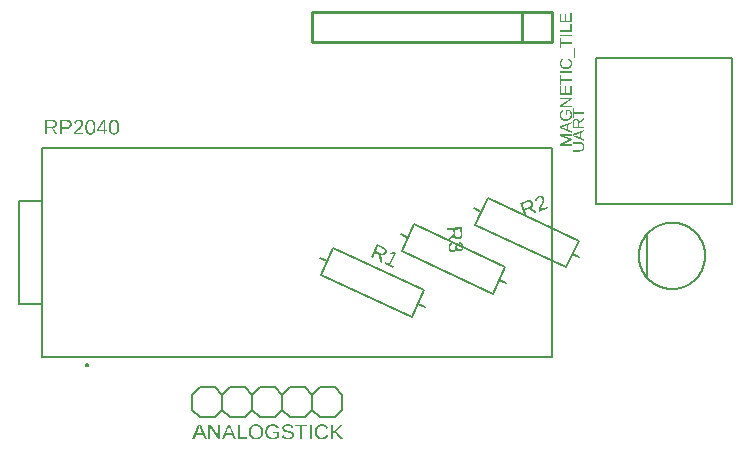
<source format=gbr>
G04 EAGLE Gerber RS-274X export*
G75*
%MOMM*%
%FSLAX34Y34*%
%LPD*%
%INSilkscreen Top*%
%IPPOS*%
%AMOC8*
5,1,8,0,0,1.08239X$1,22.5*%
G01*
G04 Define Apertures*
%ADD10C,0.127000*%
%ADD11C,0.200000*%
%ADD12C,0.152400*%
%ADD13C,0.254000*%
G36*
X28334Y201431D02*
X28588Y201450D01*
X28834Y201482D01*
X29072Y201527D01*
X29523Y201654D01*
X29941Y201832D01*
X30327Y202061D01*
X30681Y202341D01*
X31002Y202672D01*
X31291Y203054D01*
X31547Y203484D01*
X31768Y203960D01*
X31956Y204481D01*
X32109Y205049D01*
X32228Y205662D01*
X32313Y206320D01*
X32365Y207025D01*
X32382Y207775D01*
X32365Y208537D01*
X32317Y209251D01*
X32236Y209916D01*
X32122Y210534D01*
X31976Y211103D01*
X31798Y211624D01*
X31587Y212097D01*
X31344Y212522D01*
X31066Y212898D01*
X30753Y213223D01*
X30405Y213499D01*
X30020Y213724D01*
X29600Y213899D01*
X29376Y213968D01*
X29144Y214025D01*
X28903Y214068D01*
X28652Y214100D01*
X28393Y214118D01*
X28125Y214125D01*
X27849Y214119D01*
X27583Y214100D01*
X27326Y214069D01*
X27079Y214026D01*
X26841Y213970D01*
X26613Y213902D01*
X26184Y213728D01*
X25793Y213505D01*
X25439Y213233D01*
X25123Y212911D01*
X24845Y212539D01*
X24602Y212118D01*
X24391Y211647D01*
X24212Y211126D01*
X24066Y210556D01*
X23953Y209935D01*
X23872Y209265D01*
X23823Y208545D01*
X23807Y207775D01*
X23824Y207021D01*
X23874Y206313D01*
X23957Y205652D01*
X24074Y205038D01*
X24224Y204470D01*
X24408Y203948D01*
X24625Y203474D01*
X24875Y203045D01*
X25159Y202665D01*
X25476Y202336D01*
X25826Y202058D01*
X26209Y201830D01*
X26625Y201653D01*
X27074Y201526D01*
X27311Y201482D01*
X27557Y201450D01*
X27810Y201431D01*
X28072Y201425D01*
X28334Y201431D01*
G37*
%LPC*%
G36*
X27751Y202731D02*
X27437Y202788D01*
X27145Y202884D01*
X26878Y203017D01*
X26634Y203188D01*
X26414Y203397D01*
X26218Y203644D01*
X26045Y203930D01*
X25894Y204256D01*
X25763Y204627D01*
X25652Y205041D01*
X25562Y205500D01*
X25492Y206002D01*
X25441Y206549D01*
X25411Y207140D01*
X25401Y207775D01*
X25411Y208428D01*
X25441Y209033D01*
X25490Y209590D01*
X25560Y210100D01*
X25649Y210562D01*
X25758Y210977D01*
X25887Y211344D01*
X26036Y211664D01*
X26208Y211941D01*
X26405Y212181D01*
X26627Y212384D01*
X26876Y212550D01*
X27150Y212680D01*
X27449Y212772D01*
X27774Y212827D01*
X28125Y212846D01*
X28467Y212827D01*
X28784Y212771D01*
X29076Y212677D01*
X29343Y212546D01*
X29585Y212377D01*
X29802Y212171D01*
X29994Y211927D01*
X30161Y211646D01*
X30306Y211323D01*
X30431Y210954D01*
X30538Y210539D01*
X30624Y210078D01*
X30692Y209571D01*
X30740Y209018D01*
X30769Y208420D01*
X30779Y207775D01*
X30769Y207152D01*
X30738Y206570D01*
X30688Y206031D01*
X30617Y205533D01*
X30526Y205076D01*
X30414Y204661D01*
X30283Y204288D01*
X30131Y203956D01*
X29957Y203665D01*
X29760Y203412D01*
X29540Y203198D01*
X29296Y203023D01*
X29030Y202887D01*
X28740Y202790D01*
X28426Y202732D01*
X28090Y202712D01*
X27751Y202731D01*
G37*
%LPD*%
G36*
X48272Y201431D02*
X48526Y201450D01*
X48771Y201482D01*
X49009Y201527D01*
X49460Y201654D01*
X49879Y201832D01*
X50265Y202061D01*
X50619Y202341D01*
X50940Y202672D01*
X51229Y203054D01*
X51484Y203484D01*
X51706Y203960D01*
X51893Y204481D01*
X52046Y205049D01*
X52166Y205662D01*
X52251Y206320D01*
X52302Y207025D01*
X52319Y207775D01*
X52303Y208537D01*
X52254Y209251D01*
X52173Y209916D01*
X52060Y210534D01*
X51914Y211103D01*
X51735Y211624D01*
X51524Y212097D01*
X51281Y212522D01*
X51004Y212898D01*
X50691Y213223D01*
X50342Y213499D01*
X49958Y213724D01*
X49537Y213899D01*
X49314Y213968D01*
X49081Y214025D01*
X48840Y214068D01*
X48590Y214100D01*
X48331Y214118D01*
X48062Y214125D01*
X47787Y214119D01*
X47521Y214100D01*
X47264Y214069D01*
X47017Y214026D01*
X46779Y213970D01*
X46550Y213902D01*
X46121Y213728D01*
X45730Y213505D01*
X45377Y213233D01*
X45061Y212911D01*
X44782Y212539D01*
X44539Y212118D01*
X44328Y211647D01*
X44150Y211126D01*
X44004Y210556D01*
X43890Y209935D01*
X43809Y209265D01*
X43761Y208545D01*
X43744Y207775D01*
X43761Y207021D01*
X43811Y206313D01*
X43895Y205652D01*
X44012Y205038D01*
X44162Y204470D01*
X44345Y203948D01*
X44563Y203474D01*
X44813Y203045D01*
X45097Y202665D01*
X45413Y202336D01*
X45763Y202058D01*
X46146Y201830D01*
X46563Y201653D01*
X47012Y201526D01*
X47249Y201482D01*
X47494Y201450D01*
X47748Y201431D01*
X48010Y201425D01*
X48272Y201431D01*
G37*
%LPC*%
G36*
X47689Y202731D02*
X47374Y202788D01*
X47083Y202884D01*
X46815Y203017D01*
X46572Y203188D01*
X46351Y203397D01*
X46155Y203644D01*
X45982Y203930D01*
X45831Y204256D01*
X45701Y204627D01*
X45590Y205041D01*
X45499Y205500D01*
X45429Y206002D01*
X45379Y206549D01*
X45349Y207140D01*
X45338Y207775D01*
X45348Y208428D01*
X45378Y209033D01*
X45428Y209590D01*
X45497Y210100D01*
X45587Y210562D01*
X45696Y210977D01*
X45825Y211344D01*
X45973Y211664D01*
X46145Y211941D01*
X46342Y212181D01*
X46565Y212384D01*
X46813Y212550D01*
X47087Y212680D01*
X47387Y212772D01*
X47712Y212827D01*
X48062Y212846D01*
X48405Y212827D01*
X48722Y212771D01*
X49014Y212677D01*
X49281Y212546D01*
X49523Y212377D01*
X49740Y212171D01*
X49932Y211927D01*
X50099Y211646D01*
X50243Y211323D01*
X50369Y210954D01*
X50475Y210539D01*
X50562Y210078D01*
X50629Y209571D01*
X50678Y209018D01*
X50707Y208420D01*
X50716Y207775D01*
X50706Y207152D01*
X50676Y206570D01*
X50625Y206031D01*
X50554Y205533D01*
X50463Y205076D01*
X50352Y204661D01*
X50220Y204288D01*
X50068Y203956D01*
X49894Y203665D01*
X49698Y203412D01*
X49477Y203198D01*
X49234Y203023D01*
X48967Y202887D01*
X48677Y202790D01*
X48364Y202732D01*
X48027Y202712D01*
X47689Y202731D01*
G37*
%LPD*%
G36*
X-8656Y206724D02*
X-4811Y206724D01*
X-1605Y201600D01*
X322Y201600D01*
X-1690Y204653D01*
X-3182Y206916D01*
X-2839Y206989D01*
X-2515Y207082D01*
X-2210Y207198D01*
X-1924Y207335D01*
X-1768Y207427D01*
X-1657Y207493D01*
X-1409Y207674D01*
X-1180Y207875D01*
X-970Y208099D01*
X-782Y208340D01*
X-619Y208595D01*
X-482Y208863D01*
X-369Y209145D01*
X-281Y209441D01*
X-219Y209751D01*
X-181Y210074D01*
X-169Y210411D01*
X-186Y210816D01*
X-240Y211197D01*
X-328Y211556D01*
X-452Y211892D01*
X-612Y212206D01*
X-807Y212496D01*
X-1037Y212763D01*
X-1303Y213008D01*
X-1601Y213227D01*
X-1929Y213416D01*
X-2287Y213576D01*
X-2675Y213708D01*
X-3092Y213810D01*
X-3539Y213882D01*
X-4015Y213926D01*
X-4522Y213941D01*
X-10329Y213941D01*
X-10329Y201600D01*
X-8656Y201600D01*
X-8656Y206724D01*
G37*
%LPC*%
G36*
X-8656Y208046D02*
X-8656Y212601D01*
X-4688Y212601D01*
X-4354Y212592D01*
X-4041Y212565D01*
X-3747Y212521D01*
X-3474Y212460D01*
X-3221Y212380D01*
X-2988Y212283D01*
X-2775Y212168D01*
X-2582Y212036D01*
X-2410Y211887D01*
X-2262Y211721D01*
X-2136Y211540D01*
X-2033Y211343D01*
X-1953Y211130D01*
X-1896Y210900D01*
X-1862Y210655D01*
X-1850Y210394D01*
X-1862Y210123D01*
X-1895Y209868D01*
X-1952Y209629D01*
X-2031Y209405D01*
X-2133Y209196D01*
X-2257Y209003D01*
X-2404Y208826D01*
X-2573Y208664D01*
X-2763Y208519D01*
X-2972Y208394D01*
X-3199Y208287D01*
X-3445Y208201D01*
X-3710Y208133D01*
X-3994Y208085D01*
X-4297Y208056D01*
X-4618Y208046D01*
X-8656Y208046D01*
G37*
%LPD*%
G36*
X4313Y206408D02*
X7939Y206408D01*
X8417Y206425D01*
X8869Y206473D01*
X9295Y206554D01*
X9696Y206667D01*
X10072Y206812D01*
X10421Y206990D01*
X10745Y207200D01*
X11044Y207442D01*
X11312Y207712D01*
X11544Y208004D01*
X11741Y208318D01*
X11901Y208655D01*
X12026Y209014D01*
X12116Y209396D01*
X12169Y209800D01*
X12187Y210227D01*
X12169Y210657D01*
X12116Y211062D01*
X12027Y211442D01*
X11902Y211797D01*
X11742Y212127D01*
X11547Y212433D01*
X11315Y212713D01*
X11048Y212969D01*
X10749Y213196D01*
X10421Y213394D01*
X10063Y213561D01*
X9675Y213698D01*
X9259Y213804D01*
X8813Y213880D01*
X8338Y213926D01*
X7834Y213941D01*
X2640Y213941D01*
X2640Y201600D01*
X4313Y201600D01*
X4313Y206408D01*
G37*
%LPC*%
G36*
X4313Y207731D02*
X4313Y212601D01*
X7633Y212601D01*
X7980Y212591D01*
X8306Y212563D01*
X8609Y212517D01*
X8889Y212451D01*
X9148Y212367D01*
X9383Y212264D01*
X9596Y212143D01*
X9787Y212003D01*
X9955Y211844D01*
X10101Y211667D01*
X10225Y211471D01*
X10326Y211256D01*
X10404Y211022D01*
X10460Y210770D01*
X10494Y210499D01*
X10505Y210210D01*
X10494Y209909D01*
X10462Y209629D01*
X10407Y209367D01*
X10330Y209125D01*
X10232Y208903D01*
X10111Y208699D01*
X9969Y208515D01*
X9805Y208351D01*
X9619Y208205D01*
X9411Y208080D01*
X9181Y207973D01*
X8929Y207886D01*
X8655Y207818D01*
X8360Y207770D01*
X8042Y207741D01*
X7703Y207731D01*
X4313Y207731D01*
G37*
%LPD*%
G36*
X40791Y204394D02*
X42525Y204394D01*
X42525Y205638D01*
X40791Y205638D01*
X40791Y213941D01*
X39136Y213941D01*
X33487Y205620D01*
X33487Y204394D01*
X39302Y204394D01*
X39302Y201600D01*
X40791Y201600D01*
X40791Y204394D01*
G37*
%LPC*%
G36*
X34941Y205638D02*
X35081Y205813D01*
X35554Y206461D01*
X38716Y211121D01*
X39057Y211699D01*
X39302Y212163D01*
X39302Y205638D01*
X34941Y205638D01*
G37*
%LPD*%
G36*
X22211Y202940D02*
X15774Y202940D01*
X15926Y203250D01*
X16120Y203565D01*
X16355Y203887D01*
X16632Y204214D01*
X16956Y204555D01*
X17331Y204916D01*
X17757Y205297D01*
X18235Y205699D01*
X19076Y206395D01*
X19770Y206993D01*
X20316Y207494D01*
X20714Y207897D01*
X21018Y208252D01*
X21282Y208607D01*
X21506Y208962D01*
X21690Y209316D01*
X21834Y209672D01*
X21937Y210028D01*
X21998Y210385D01*
X22019Y210744D01*
X22003Y211137D01*
X21956Y211508D01*
X21878Y211855D01*
X21768Y212179D01*
X21627Y212480D01*
X21455Y212758D01*
X21251Y213013D01*
X21016Y213244D01*
X20752Y213451D01*
X20460Y213630D01*
X20142Y213781D01*
X19797Y213905D01*
X19425Y214001D01*
X19026Y214070D01*
X18600Y214111D01*
X18147Y214125D01*
X17732Y214111D01*
X17336Y214070D01*
X16960Y214002D01*
X16603Y213906D01*
X16265Y213783D01*
X15946Y213632D01*
X15647Y213454D01*
X15367Y213249D01*
X15110Y213020D01*
X14882Y212773D01*
X14683Y212507D01*
X14511Y212222D01*
X14369Y211918D01*
X14254Y211595D01*
X14168Y211253D01*
X14110Y210893D01*
X15721Y210744D01*
X15758Y210984D01*
X15812Y211211D01*
X15882Y211424D01*
X15970Y211623D01*
X16074Y211808D01*
X16195Y211980D01*
X16333Y212137D01*
X16488Y212281D01*
X16656Y212409D01*
X16836Y212521D01*
X17027Y212615D01*
X17229Y212692D01*
X17442Y212751D01*
X17666Y212794D01*
X17901Y212820D01*
X18147Y212828D01*
X18405Y212820D01*
X18648Y212793D01*
X18877Y212750D01*
X19091Y212688D01*
X19291Y212609D01*
X19476Y212513D01*
X19647Y212399D01*
X19803Y212268D01*
X19942Y212121D01*
X20063Y211959D01*
X20166Y211783D01*
X20249Y211593D01*
X20315Y211389D01*
X20361Y211171D01*
X20389Y210938D01*
X20398Y210691D01*
X20377Y210325D01*
X20312Y209978D01*
X20204Y209650D01*
X20052Y209343D01*
X19866Y209048D01*
X19653Y208760D01*
X19413Y208479D01*
X19146Y208204D01*
X18551Y207661D01*
X17889Y207118D01*
X17189Y206552D01*
X16483Y205940D01*
X16133Y205613D01*
X15790Y205268D01*
X15456Y204904D01*
X15130Y204521D01*
X14821Y204114D01*
X14536Y203677D01*
X14275Y203210D01*
X14040Y202712D01*
X14040Y201600D01*
X22211Y201600D01*
X22211Y202940D01*
G37*
G36*
X168769Y-56551D02*
X169217Y-56514D01*
X169648Y-56454D01*
X170065Y-56368D01*
X170465Y-56259D01*
X170850Y-56125D01*
X171219Y-55966D01*
X171573Y-55784D01*
X171909Y-55578D01*
X172225Y-55352D01*
X172521Y-55104D01*
X172796Y-54836D01*
X173052Y-54546D01*
X173287Y-54235D01*
X173502Y-53903D01*
X173697Y-53550D01*
X173871Y-53179D01*
X174021Y-52793D01*
X174148Y-52392D01*
X174252Y-51976D01*
X174333Y-51545D01*
X174391Y-51098D01*
X174426Y-50637D01*
X174437Y-50161D01*
X174426Y-49683D01*
X174392Y-49221D01*
X174334Y-48775D01*
X174254Y-48345D01*
X174152Y-47932D01*
X174026Y-47535D01*
X173877Y-47154D01*
X173706Y-46789D01*
X173513Y-46442D01*
X173299Y-46117D01*
X173066Y-45813D01*
X172811Y-45531D01*
X172537Y-45269D01*
X172242Y-45029D01*
X171927Y-44810D01*
X171591Y-44612D01*
X171237Y-44437D01*
X170868Y-44285D01*
X170483Y-44156D01*
X170082Y-44051D01*
X169666Y-43969D01*
X169234Y-43910D01*
X168787Y-43875D01*
X168324Y-43863D01*
X167967Y-43870D01*
X167621Y-43889D01*
X167285Y-43922D01*
X166958Y-43968D01*
X166641Y-44026D01*
X166335Y-44098D01*
X166038Y-44183D01*
X165751Y-44280D01*
X165474Y-44391D01*
X165207Y-44515D01*
X164950Y-44652D01*
X164703Y-44802D01*
X164465Y-44965D01*
X164238Y-45141D01*
X163813Y-45532D01*
X163433Y-45969D01*
X163104Y-46447D01*
X162959Y-46701D01*
X162826Y-46965D01*
X162706Y-47239D01*
X162598Y-47523D01*
X162503Y-47818D01*
X162421Y-48122D01*
X162351Y-48437D01*
X162294Y-48761D01*
X162250Y-49096D01*
X162218Y-49441D01*
X162199Y-49796D01*
X162193Y-50161D01*
X162204Y-50639D01*
X162238Y-51103D01*
X162295Y-51551D01*
X162375Y-51984D01*
X162477Y-52401D01*
X162602Y-52804D01*
X162749Y-53191D01*
X162920Y-53563D01*
X163112Y-53917D01*
X163324Y-54250D01*
X163557Y-54560D01*
X163810Y-54850D01*
X164083Y-55118D01*
X164377Y-55364D01*
X164692Y-55589D01*
X165026Y-55792D01*
X165379Y-55973D01*
X165749Y-56130D01*
X166134Y-56262D01*
X166536Y-56371D01*
X166954Y-56455D01*
X167389Y-56515D01*
X167839Y-56551D01*
X168306Y-56563D01*
X168769Y-56551D01*
G37*
%LPC*%
G36*
X167802Y-55184D02*
X167325Y-55121D01*
X166877Y-55014D01*
X166457Y-54865D01*
X166066Y-54674D01*
X165703Y-54440D01*
X165368Y-54163D01*
X165061Y-53844D01*
X164787Y-53488D01*
X164550Y-53103D01*
X164349Y-52687D01*
X164184Y-52242D01*
X164056Y-51767D01*
X163965Y-51261D01*
X163910Y-50726D01*
X163892Y-50161D01*
X163910Y-49592D01*
X163964Y-49057D01*
X164055Y-48553D01*
X164181Y-48083D01*
X164344Y-47645D01*
X164542Y-47239D01*
X164777Y-46866D01*
X165048Y-46526D01*
X165352Y-46222D01*
X165686Y-45959D01*
X166051Y-45736D01*
X166445Y-45554D01*
X166870Y-45412D01*
X167324Y-45311D01*
X167809Y-45250D01*
X168324Y-45230D01*
X168834Y-45250D01*
X169315Y-45312D01*
X169767Y-45414D01*
X170188Y-45558D01*
X170580Y-45743D01*
X170942Y-45969D01*
X171275Y-46236D01*
X171578Y-46543D01*
X171848Y-46887D01*
X172081Y-47262D01*
X172279Y-47668D01*
X172441Y-48105D01*
X172567Y-48572D01*
X172657Y-49071D01*
X172711Y-49600D01*
X172729Y-50161D01*
X172711Y-50746D01*
X172658Y-51297D01*
X172569Y-51814D01*
X172444Y-52297D01*
X172283Y-52746D01*
X172086Y-53160D01*
X171854Y-53541D01*
X171586Y-53887D01*
X171285Y-54196D01*
X170953Y-54464D01*
X170589Y-54691D01*
X170195Y-54876D01*
X169769Y-55020D01*
X169313Y-55123D01*
X168825Y-55185D01*
X168306Y-55206D01*
X167802Y-55184D01*
G37*
%LPD*%
G36*
X117656Y-52780D02*
X123279Y-52780D01*
X124689Y-56388D01*
X126397Y-56388D01*
X121440Y-44047D01*
X119539Y-44047D01*
X114503Y-56388D01*
X116237Y-56388D01*
X117656Y-52780D01*
G37*
%LPC*%
G36*
X118164Y-51474D02*
X119741Y-47419D01*
X120118Y-46384D01*
X120389Y-45554D01*
X120468Y-45308D01*
X120704Y-46035D01*
X120950Y-46758D01*
X121195Y-47402D01*
X122780Y-51474D01*
X118164Y-51474D01*
G37*
%LPD*%
G36*
X142594Y-52780D02*
X148217Y-52780D01*
X149627Y-56388D01*
X151335Y-56388D01*
X146378Y-44047D01*
X144477Y-44047D01*
X139441Y-56388D01*
X141175Y-56388D01*
X142594Y-52780D01*
G37*
%LPC*%
G36*
X143102Y-51474D02*
X144678Y-47419D01*
X145055Y-46384D01*
X145327Y-45554D01*
X145405Y-45308D01*
X145642Y-46035D01*
X145887Y-46758D01*
X146132Y-47402D01*
X147718Y-51474D01*
X143102Y-51474D01*
G37*
%LPD*%
G36*
X129397Y-48190D02*
X129354Y-46727D01*
X129310Y-45878D01*
X135914Y-56388D01*
X137928Y-56388D01*
X137928Y-44047D01*
X136422Y-44047D01*
X136422Y-52140D01*
X136448Y-53147D01*
X136527Y-54628D01*
X129853Y-44047D01*
X127908Y-44047D01*
X127908Y-56388D01*
X129397Y-56388D01*
X129397Y-48190D01*
G37*
G36*
X182814Y-56555D02*
X183218Y-56529D01*
X183616Y-56486D01*
X184005Y-56426D01*
X184388Y-56349D01*
X184762Y-56255D01*
X185129Y-56144D01*
X185489Y-56016D01*
X185838Y-55872D01*
X186173Y-55714D01*
X186494Y-55542D01*
X186802Y-55356D01*
X187095Y-55155D01*
X187375Y-54941D01*
X187641Y-54712D01*
X187893Y-54470D01*
X187893Y-50213D01*
X182664Y-50213D01*
X182664Y-51615D01*
X186352Y-51615D01*
X186352Y-53839D01*
X186003Y-54138D01*
X185604Y-54404D01*
X185155Y-54637D01*
X184657Y-54838D01*
X184123Y-54999D01*
X183570Y-55114D01*
X182996Y-55183D01*
X182401Y-55206D01*
X181886Y-55184D01*
X181399Y-55121D01*
X180941Y-55015D01*
X180512Y-54867D01*
X180111Y-54677D01*
X179739Y-54444D01*
X179396Y-54170D01*
X179082Y-53852D01*
X178801Y-53499D01*
X178557Y-53114D01*
X178351Y-52699D01*
X178182Y-52253D01*
X178051Y-51776D01*
X177957Y-51268D01*
X177901Y-50730D01*
X177882Y-50161D01*
X177900Y-49590D01*
X177953Y-49053D01*
X178041Y-48549D01*
X178165Y-48077D01*
X178323Y-47639D01*
X178518Y-47233D01*
X178747Y-46861D01*
X179012Y-46522D01*
X179310Y-46219D01*
X179640Y-45956D01*
X180001Y-45734D01*
X180394Y-45553D01*
X180818Y-45411D01*
X181273Y-45310D01*
X181760Y-45250D01*
X182279Y-45230D01*
X182616Y-45237D01*
X182938Y-45260D01*
X183247Y-45297D01*
X183541Y-45350D01*
X183821Y-45418D01*
X184088Y-45501D01*
X184340Y-45598D01*
X184578Y-45711D01*
X184803Y-45841D01*
X185015Y-45988D01*
X185215Y-46153D01*
X185402Y-46335D01*
X185577Y-46536D01*
X185740Y-46754D01*
X185890Y-46990D01*
X186027Y-47244D01*
X187622Y-46771D01*
X187439Y-46403D01*
X187239Y-46061D01*
X187020Y-45745D01*
X186783Y-45455D01*
X186527Y-45191D01*
X186254Y-44953D01*
X185961Y-44741D01*
X185651Y-44555D01*
X185319Y-44393D01*
X184963Y-44253D01*
X184583Y-44134D01*
X184179Y-44036D01*
X183751Y-43961D01*
X183299Y-43907D01*
X182823Y-43874D01*
X182323Y-43863D01*
X181963Y-43870D01*
X181614Y-43889D01*
X181275Y-43921D01*
X180946Y-43966D01*
X180627Y-44024D01*
X180319Y-44095D01*
X180020Y-44178D01*
X179732Y-44275D01*
X179454Y-44384D01*
X179187Y-44507D01*
X178929Y-44642D01*
X178682Y-44790D01*
X178445Y-44950D01*
X178218Y-45124D01*
X177794Y-45510D01*
X177417Y-45943D01*
X177247Y-46175D01*
X177089Y-46418D01*
X176945Y-46672D01*
X176812Y-46936D01*
X176693Y-47211D01*
X176586Y-47496D01*
X176491Y-47792D01*
X176410Y-48098D01*
X176340Y-48416D01*
X176284Y-48743D01*
X176240Y-49082D01*
X176208Y-49431D01*
X176189Y-49790D01*
X176183Y-50161D01*
X176194Y-50643D01*
X176229Y-51110D01*
X176287Y-51560D01*
X176368Y-51995D01*
X176472Y-52413D01*
X176599Y-52815D01*
X176750Y-53202D01*
X176923Y-53572D01*
X177118Y-53924D01*
X177334Y-54255D01*
X177571Y-54564D01*
X177828Y-54852D01*
X178106Y-55119D01*
X178405Y-55365D01*
X178724Y-55589D01*
X179064Y-55792D01*
X179423Y-55973D01*
X179799Y-56130D01*
X180191Y-56262D01*
X180599Y-56371D01*
X181025Y-56455D01*
X181467Y-56515D01*
X181926Y-56551D01*
X182401Y-56563D01*
X182814Y-56555D01*
G37*
G36*
X195851Y-56549D02*
X196407Y-56505D01*
X196928Y-56431D01*
X197415Y-56329D01*
X197868Y-56197D01*
X198287Y-56036D01*
X198672Y-55846D01*
X199023Y-55626D01*
X199336Y-55380D01*
X199608Y-55109D01*
X199837Y-54815D01*
X200025Y-54496D01*
X200171Y-54154D01*
X200276Y-53787D01*
X200338Y-53396D01*
X200359Y-52981D01*
X200347Y-52655D01*
X200312Y-52350D01*
X200253Y-52068D01*
X200171Y-51807D01*
X200068Y-51566D01*
X199946Y-51341D01*
X199807Y-51132D01*
X199650Y-50940D01*
X199476Y-50763D01*
X199287Y-50601D01*
X199084Y-50452D01*
X198866Y-50318D01*
X198398Y-50081D01*
X197898Y-49876D01*
X197369Y-49701D01*
X196816Y-49552D01*
X195682Y-49285D01*
X194903Y-49104D01*
X194265Y-48938D01*
X193769Y-48786D01*
X193414Y-48650D01*
X193146Y-48514D01*
X192911Y-48363D01*
X192710Y-48198D01*
X192542Y-48019D01*
X192410Y-47821D01*
X192315Y-47598D01*
X192259Y-47350D01*
X192240Y-47078D01*
X192252Y-46842D01*
X192289Y-46622D01*
X192350Y-46416D01*
X192435Y-46226D01*
X192544Y-46051D01*
X192678Y-45890D01*
X192837Y-45745D01*
X193019Y-45615D01*
X193225Y-45500D01*
X193453Y-45400D01*
X193703Y-45316D01*
X193974Y-45247D01*
X194268Y-45194D01*
X194583Y-45155D01*
X194920Y-45132D01*
X195279Y-45125D01*
X195607Y-45131D01*
X195917Y-45152D01*
X196208Y-45187D01*
X196481Y-45235D01*
X196736Y-45297D01*
X196972Y-45373D01*
X197190Y-45463D01*
X197390Y-45567D01*
X197573Y-45686D01*
X197740Y-45822D01*
X197892Y-45974D01*
X198029Y-46144D01*
X198151Y-46330D01*
X198257Y-46533D01*
X198348Y-46753D01*
X198423Y-46990D01*
X200070Y-46701D01*
X199948Y-46328D01*
X199805Y-45983D01*
X199641Y-45666D01*
X199457Y-45377D01*
X199252Y-45117D01*
X199026Y-44886D01*
X198779Y-44682D01*
X198511Y-44507D01*
X198218Y-44356D01*
X197893Y-44225D01*
X197538Y-44115D01*
X197151Y-44024D01*
X196734Y-43954D01*
X196286Y-43904D01*
X195807Y-43873D01*
X195297Y-43863D01*
X194748Y-43877D01*
X194232Y-43917D01*
X193749Y-43984D01*
X193299Y-44078D01*
X192881Y-44199D01*
X192496Y-44346D01*
X192144Y-44520D01*
X191824Y-44722D01*
X191540Y-44948D01*
X191293Y-45196D01*
X191085Y-45468D01*
X190914Y-45762D01*
X190781Y-46079D01*
X190687Y-46418D01*
X190630Y-46780D01*
X190611Y-47165D01*
X190625Y-47501D01*
X190669Y-47818D01*
X190741Y-48114D01*
X190843Y-48391D01*
X190972Y-48650D01*
X191127Y-48892D01*
X191307Y-49117D01*
X191513Y-49324D01*
X191752Y-49519D01*
X192031Y-49704D01*
X192350Y-49880D01*
X192709Y-50047D01*
X193131Y-50209D01*
X193642Y-50371D01*
X194242Y-50533D01*
X194929Y-50695D01*
X196462Y-51054D01*
X196795Y-51142D01*
X197105Y-51240D01*
X197391Y-51348D01*
X197653Y-51466D01*
X197888Y-51597D01*
X198096Y-51744D01*
X198276Y-51907D01*
X198428Y-52088D01*
X198549Y-52290D01*
X198635Y-52521D01*
X198687Y-52781D01*
X198704Y-53069D01*
X198690Y-53330D01*
X198649Y-53575D01*
X198580Y-53803D01*
X198484Y-54016D01*
X198360Y-54212D01*
X198209Y-54391D01*
X198030Y-54555D01*
X197824Y-54702D01*
X197592Y-54832D01*
X197337Y-54945D01*
X197059Y-55041D01*
X196758Y-55119D01*
X196434Y-55180D01*
X196087Y-55223D01*
X195716Y-55249D01*
X195323Y-55258D01*
X194941Y-55250D01*
X194580Y-55226D01*
X194239Y-55185D01*
X193919Y-55128D01*
X193620Y-55055D01*
X193341Y-54965D01*
X193082Y-54859D01*
X192844Y-54737D01*
X192626Y-54598D01*
X192428Y-54440D01*
X192250Y-54263D01*
X192091Y-54068D01*
X191952Y-53855D01*
X191833Y-53623D01*
X191733Y-53372D01*
X191653Y-53104D01*
X190033Y-53428D01*
X190137Y-53807D01*
X190272Y-54163D01*
X190435Y-54493D01*
X190629Y-54799D01*
X190852Y-55081D01*
X191105Y-55338D01*
X191387Y-55571D01*
X191699Y-55779D01*
X192041Y-55963D01*
X192412Y-56122D01*
X192813Y-56257D01*
X193243Y-56367D01*
X193703Y-56453D01*
X194193Y-56514D01*
X194713Y-56551D01*
X195262Y-56563D01*
X195851Y-56549D01*
G37*
G36*
X233238Y-51658D02*
X234849Y-50432D01*
X239780Y-56388D01*
X241856Y-56388D01*
X235900Y-49407D01*
X241155Y-44047D01*
X239185Y-44047D01*
X233238Y-50231D01*
X233238Y-44047D01*
X231565Y-44047D01*
X231565Y-56388D01*
X233238Y-56388D01*
X233238Y-51658D01*
G37*
G36*
X224501Y-56550D02*
X224936Y-56511D01*
X225357Y-56446D01*
X225764Y-56355D01*
X226157Y-56238D01*
X226536Y-56095D01*
X226902Y-55926D01*
X227254Y-55731D01*
X227589Y-55511D01*
X227905Y-55267D01*
X228202Y-55000D01*
X228479Y-54709D01*
X228737Y-54393D01*
X228976Y-54054D01*
X229195Y-53692D01*
X229395Y-53305D01*
X228029Y-52622D01*
X227861Y-52933D01*
X227683Y-53223D01*
X227494Y-53494D01*
X227296Y-53745D01*
X227088Y-53975D01*
X226869Y-54186D01*
X226641Y-54376D01*
X226402Y-54547D01*
X226153Y-54697D01*
X225895Y-54827D01*
X225626Y-54937D01*
X225347Y-55028D01*
X225058Y-55098D01*
X224759Y-55148D01*
X224450Y-55178D01*
X224131Y-55188D01*
X223639Y-55167D01*
X223172Y-55102D01*
X222732Y-54994D01*
X222317Y-54843D01*
X221929Y-54649D01*
X221567Y-54412D01*
X221231Y-54132D01*
X220921Y-53809D01*
X220643Y-53450D01*
X220402Y-53063D01*
X220198Y-52649D01*
X220031Y-52207D01*
X219901Y-51737D01*
X219809Y-51239D01*
X219753Y-50714D01*
X219735Y-50161D01*
X219752Y-49602D01*
X219806Y-49074D01*
X219895Y-48577D01*
X220019Y-48110D01*
X220179Y-47674D01*
X220375Y-47268D01*
X220606Y-46893D01*
X220873Y-46548D01*
X221172Y-46239D01*
X221499Y-45971D01*
X221855Y-45745D01*
X222239Y-45559D01*
X222652Y-45415D01*
X223093Y-45312D01*
X223563Y-45250D01*
X224061Y-45230D01*
X224382Y-45239D01*
X224692Y-45265D01*
X224990Y-45310D01*
X225278Y-45372D01*
X225554Y-45452D01*
X225819Y-45550D01*
X226073Y-45666D01*
X226317Y-45799D01*
X226546Y-45949D01*
X226759Y-46115D01*
X226956Y-46297D01*
X227137Y-46495D01*
X227301Y-46709D01*
X227449Y-46939D01*
X227581Y-47184D01*
X227696Y-47446D01*
X229281Y-46920D01*
X229115Y-46553D01*
X228927Y-46209D01*
X228716Y-45888D01*
X228484Y-45591D01*
X228230Y-45317D01*
X227954Y-45066D01*
X227657Y-44838D01*
X227337Y-44634D01*
X226996Y-44453D01*
X226635Y-44297D01*
X226254Y-44164D01*
X225852Y-44056D01*
X225431Y-43972D01*
X224989Y-43911D01*
X224526Y-43875D01*
X224044Y-43863D01*
X223696Y-43870D01*
X223358Y-43889D01*
X223029Y-43922D01*
X222710Y-43968D01*
X222401Y-44027D01*
X222101Y-44099D01*
X221811Y-44184D01*
X221530Y-44282D01*
X221259Y-44393D01*
X220997Y-44517D01*
X220745Y-44654D01*
X220503Y-44804D01*
X220047Y-45144D01*
X219629Y-45536D01*
X219256Y-45974D01*
X218932Y-46453D01*
X218658Y-46971D01*
X218540Y-47245D01*
X218434Y-47529D01*
X218341Y-47823D01*
X218260Y-48127D01*
X218191Y-48441D01*
X218135Y-48765D01*
X218091Y-49099D01*
X218060Y-49443D01*
X218042Y-49797D01*
X218035Y-50161D01*
X218047Y-50645D01*
X218080Y-51113D01*
X218136Y-51564D01*
X218214Y-51999D01*
X218314Y-52417D01*
X218437Y-52819D01*
X218582Y-53204D01*
X218749Y-53572D01*
X218938Y-53922D01*
X219147Y-54251D01*
X219376Y-54559D01*
X219625Y-54847D01*
X219895Y-55113D01*
X220185Y-55359D01*
X220495Y-55584D01*
X220825Y-55788D01*
X221173Y-55970D01*
X221537Y-56127D01*
X221917Y-56260D01*
X222313Y-56369D01*
X222724Y-56454D01*
X223151Y-56515D01*
X223594Y-56551D01*
X224053Y-56563D01*
X224501Y-56550D01*
G37*
G36*
X207493Y-45414D02*
X211732Y-45414D01*
X211732Y-44047D01*
X201590Y-44047D01*
X201590Y-45414D01*
X205829Y-45414D01*
X205829Y-56388D01*
X207493Y-56388D01*
X207493Y-45414D01*
G37*
G36*
X160755Y-55022D02*
X154519Y-55022D01*
X154519Y-44047D01*
X152846Y-44047D01*
X152846Y-56388D01*
X160755Y-56388D01*
X160755Y-55022D01*
G37*
G36*
X215484Y-44047D02*
X213811Y-44047D01*
X213811Y-56388D01*
X215484Y-56388D01*
X215484Y-44047D01*
G37*
G36*
X446100Y208072D02*
X442065Y208072D01*
X442065Y211099D01*
X446100Y213624D01*
X446100Y215141D01*
X443696Y213557D01*
X441914Y212382D01*
X441857Y212652D01*
X441783Y212907D01*
X441692Y213148D01*
X441584Y213373D01*
X441511Y213496D01*
X441459Y213583D01*
X441317Y213778D01*
X441158Y213958D01*
X440982Y214124D01*
X440793Y214272D01*
X440592Y214400D01*
X440381Y214508D01*
X440158Y214597D01*
X439925Y214666D01*
X439682Y214715D01*
X439427Y214745D01*
X439162Y214755D01*
X438843Y214741D01*
X438542Y214699D01*
X438260Y214629D01*
X437995Y214532D01*
X437749Y214406D01*
X437520Y214252D01*
X437309Y214071D01*
X437117Y213862D01*
X436945Y213627D01*
X436795Y213368D01*
X436669Y213087D01*
X436566Y212781D01*
X436485Y212453D01*
X436428Y212101D01*
X436394Y211726D01*
X436382Y211327D01*
X436382Y206754D01*
X446100Y206754D01*
X446100Y208072D01*
G37*
%LPC*%
G36*
X437437Y208072D02*
X437437Y211196D01*
X437444Y211459D01*
X437465Y211706D01*
X437500Y211937D01*
X437549Y212152D01*
X437611Y212351D01*
X437688Y212535D01*
X437778Y212703D01*
X437882Y212855D01*
X438000Y212990D01*
X438130Y213107D01*
X438273Y213206D01*
X438428Y213287D01*
X438596Y213350D01*
X438777Y213395D01*
X438970Y213422D01*
X439175Y213431D01*
X439388Y213422D01*
X439589Y213395D01*
X439778Y213351D01*
X439954Y213288D01*
X440118Y213208D01*
X440270Y213111D01*
X440410Y212995D01*
X440538Y212862D01*
X440652Y212712D01*
X440750Y212548D01*
X440834Y212368D01*
X440902Y212174D01*
X440955Y211966D01*
X440993Y211742D01*
X441016Y211504D01*
X441024Y211251D01*
X441024Y208072D01*
X437437Y208072D01*
G37*
%LPD*%
G36*
X446100Y197583D02*
X443258Y198700D01*
X443258Y203128D01*
X446100Y204238D01*
X446100Y205583D01*
X436382Y201679D01*
X436382Y200183D01*
X446100Y196217D01*
X446100Y197583D01*
G37*
%LPC*%
G36*
X439038Y200341D02*
X438222Y200638D01*
X437568Y200852D01*
X437375Y200914D01*
X437948Y201100D01*
X438517Y201293D01*
X439024Y201486D01*
X442231Y202735D01*
X442231Y199100D01*
X439038Y200341D01*
G37*
%LPD*%
G36*
X442850Y187099D02*
X443121Y187122D01*
X443383Y187160D01*
X443634Y187214D01*
X443876Y187283D01*
X444108Y187367D01*
X444329Y187467D01*
X444541Y187581D01*
X444742Y187710D01*
X444931Y187851D01*
X445107Y188005D01*
X445271Y188171D01*
X445422Y188350D01*
X445562Y188541D01*
X445689Y188744D01*
X445803Y188961D01*
X445905Y189188D01*
X445994Y189424D01*
X446068Y189671D01*
X446129Y189926D01*
X446177Y190191D01*
X446211Y190466D01*
X446231Y190750D01*
X446238Y191044D01*
X446231Y191349D01*
X446210Y191644D01*
X446174Y191929D01*
X446125Y192203D01*
X446062Y192467D01*
X445984Y192721D01*
X445892Y192965D01*
X445786Y193199D01*
X445667Y193421D01*
X445535Y193630D01*
X445391Y193826D01*
X445234Y194009D01*
X445064Y194180D01*
X444882Y194337D01*
X444687Y194481D01*
X444479Y194613D01*
X444260Y194730D01*
X444031Y194832D01*
X443792Y194917D01*
X443543Y194988D01*
X443284Y195042D01*
X443014Y195082D01*
X442734Y195105D01*
X442445Y195113D01*
X436382Y195113D01*
X436382Y193802D01*
X442369Y193802D01*
X442702Y193791D01*
X443014Y193757D01*
X443306Y193700D01*
X443577Y193620D01*
X443827Y193518D01*
X444057Y193393D01*
X444266Y193245D01*
X444455Y193075D01*
X444622Y192884D01*
X444767Y192674D01*
X444890Y192447D01*
X444990Y192201D01*
X445069Y191938D01*
X445124Y191655D01*
X445158Y191355D01*
X445169Y191037D01*
X445158Y190727D01*
X445126Y190436D01*
X445072Y190164D01*
X444997Y189911D01*
X444900Y189676D01*
X444781Y189460D01*
X444641Y189263D01*
X444479Y189085D01*
X444297Y188926D01*
X444094Y188789D01*
X443872Y188673D01*
X443629Y188578D01*
X443367Y188504D01*
X443084Y188451D01*
X442781Y188419D01*
X442458Y188409D01*
X436382Y188409D01*
X436382Y187092D01*
X442569Y187092D01*
X442850Y187099D01*
G37*
G36*
X437458Y219189D02*
X446100Y219189D01*
X446100Y220499D01*
X437458Y220499D01*
X437458Y223837D01*
X436382Y223837D01*
X436382Y215850D01*
X437458Y215850D01*
X437458Y219189D01*
G37*
G36*
X274725Y96625D02*
X274330Y99307D01*
X274671Y99227D01*
X275004Y99175D01*
X275330Y99151D01*
X275647Y99154D01*
X275827Y99172D01*
X275956Y99185D01*
X276256Y99244D01*
X276549Y99330D01*
X276834Y99444D01*
X277106Y99583D01*
X277361Y99745D01*
X277600Y99930D01*
X277821Y100138D01*
X278025Y100369D01*
X278213Y100624D01*
X278384Y100901D01*
X278537Y101201D01*
X278692Y101575D01*
X278805Y101943D01*
X278877Y102306D01*
X278906Y102663D01*
X278894Y103014D01*
X278840Y103360D01*
X278744Y103700D01*
X278607Y104034D01*
X278429Y104358D01*
X278212Y104668D01*
X277955Y104965D01*
X277659Y105247D01*
X277324Y105516D01*
X276950Y105771D01*
X276537Y106012D01*
X276084Y106239D01*
X270821Y108693D01*
X265606Y97509D01*
X267122Y96802D01*
X269287Y101446D01*
X272772Y99821D01*
X273512Y93822D01*
X275258Y93008D01*
X274725Y96625D01*
G37*
%LPC*%
G36*
X274633Y100582D02*
X274365Y100633D01*
X274087Y100709D01*
X273801Y100811D01*
X273506Y100938D01*
X269846Y102644D01*
X271771Y106772D01*
X275367Y105095D01*
X275665Y104946D01*
X275939Y104790D01*
X276186Y104626D01*
X276407Y104454D01*
X276603Y104275D01*
X276774Y104089D01*
X276918Y103894D01*
X277037Y103693D01*
X277129Y103485D01*
X277194Y103273D01*
X277231Y103055D01*
X277241Y102833D01*
X277224Y102606D01*
X277179Y102374D01*
X277106Y102137D01*
X277006Y101896D01*
X276881Y101655D01*
X276743Y101439D01*
X276591Y101245D01*
X276424Y101076D01*
X276244Y100930D01*
X276050Y100807D01*
X275842Y100708D01*
X275620Y100633D01*
X275387Y100582D01*
X275144Y100557D01*
X274893Y100557D01*
X274633Y100582D01*
G37*
%LPD*%
G36*
X284840Y90019D02*
X282117Y91288D01*
X286766Y101258D01*
X285448Y101873D01*
X281957Y101288D01*
X281328Y99938D01*
X284693Y100563D01*
X280680Y91958D01*
X277830Y93287D01*
X277264Y92073D01*
X284273Y88804D01*
X284840Y90019D01*
G37*
G36*
X397782Y132475D02*
X396029Y137289D01*
X399642Y138604D01*
X404407Y134886D01*
X406218Y135545D01*
X403283Y137726D01*
X401107Y139343D01*
X401405Y139528D01*
X401677Y139727D01*
X401925Y139939D01*
X402146Y140166D01*
X402261Y140306D01*
X402343Y140406D01*
X402514Y140660D01*
X402660Y140928D01*
X402781Y141210D01*
X402875Y141501D01*
X402941Y141796D01*
X402979Y142096D01*
X402988Y142399D01*
X402969Y142707D01*
X402922Y143020D01*
X402847Y143336D01*
X402743Y143657D01*
X402588Y144031D01*
X402408Y144372D01*
X402202Y144679D01*
X401970Y144952D01*
X401713Y145192D01*
X401431Y145398D01*
X401123Y145570D01*
X400789Y145709D01*
X400434Y145813D01*
X400061Y145879D01*
X399670Y145907D01*
X399261Y145898D01*
X398834Y145851D01*
X398389Y145766D01*
X397926Y145645D01*
X397446Y145485D01*
X391989Y143499D01*
X396210Y131902D01*
X397782Y132475D01*
G37*
%LPC*%
G36*
X394019Y142812D02*
X397748Y144169D01*
X398064Y144275D01*
X398368Y144357D01*
X398659Y144416D01*
X398937Y144451D01*
X399202Y144463D01*
X399454Y144452D01*
X399694Y144417D01*
X399920Y144358D01*
X400132Y144277D01*
X400328Y144172D01*
X400509Y144045D01*
X400673Y143895D01*
X400821Y143722D01*
X400953Y143526D01*
X401069Y143307D01*
X401169Y143065D01*
X401251Y142808D01*
X401306Y142556D01*
X401335Y142312D01*
X401337Y142075D01*
X401313Y141844D01*
X401263Y141620D01*
X401185Y141403D01*
X401082Y141193D01*
X400953Y140992D01*
X400799Y140803D01*
X400622Y140625D01*
X400420Y140459D01*
X400194Y140305D01*
X399944Y140163D01*
X399670Y140032D01*
X399371Y139913D01*
X395577Y138532D01*
X394019Y142812D01*
G37*
%LPD*%
G36*
X415540Y138938D02*
X415082Y140197D01*
X409033Y137996D01*
X409070Y138339D01*
X409144Y138701D01*
X409255Y139084D01*
X409403Y139487D01*
X409591Y139918D01*
X409820Y140385D01*
X410090Y140889D01*
X410402Y141430D01*
X410954Y142372D01*
X411402Y143171D01*
X411743Y143828D01*
X411979Y144344D01*
X412143Y144781D01*
X412270Y145205D01*
X412360Y145615D01*
X412411Y146011D01*
X412425Y146394D01*
X412400Y146764D01*
X412335Y147121D01*
X412232Y147465D01*
X412082Y147829D01*
X411912Y148161D01*
X411719Y148461D01*
X411505Y148728D01*
X411270Y148962D01*
X411013Y149165D01*
X410734Y149334D01*
X410434Y149472D01*
X410115Y149575D01*
X409781Y149643D01*
X409430Y149677D01*
X409063Y149675D01*
X408681Y149638D01*
X408282Y149566D01*
X407868Y149460D01*
X407438Y149318D01*
X407052Y149163D01*
X406694Y148989D01*
X406364Y148796D01*
X406061Y148584D01*
X405786Y148352D01*
X405538Y148102D01*
X405317Y147832D01*
X405124Y147543D01*
X404961Y147241D01*
X404832Y146931D01*
X404735Y146612D01*
X404672Y146286D01*
X404642Y145952D01*
X404644Y145609D01*
X404680Y145258D01*
X404749Y144900D01*
X406314Y145311D01*
X406267Y145550D01*
X406240Y145781D01*
X406233Y146005D01*
X406247Y146222D01*
X406282Y146432D01*
X406337Y146634D01*
X406412Y146829D01*
X406509Y147017D01*
X406623Y147196D01*
X406754Y147362D01*
X406901Y147515D01*
X407065Y147657D01*
X407244Y147786D01*
X407440Y147903D01*
X407653Y148007D01*
X407881Y148100D01*
X408126Y148179D01*
X408364Y148238D01*
X408594Y148275D01*
X408816Y148291D01*
X409030Y148285D01*
X409237Y148258D01*
X409437Y148209D01*
X409628Y148139D01*
X409810Y148048D01*
X409979Y147938D01*
X410135Y147808D01*
X410279Y147658D01*
X410410Y147488D01*
X410528Y147299D01*
X410634Y147090D01*
X410727Y146861D01*
X410832Y146509D01*
X410890Y146161D01*
X410900Y145816D01*
X410863Y145475D01*
X410789Y145135D01*
X410687Y144791D01*
X410558Y144445D01*
X410401Y144095D01*
X410028Y143382D01*
X409591Y142645D01*
X409128Y141874D01*
X408673Y141057D01*
X408456Y140630D01*
X408252Y140188D01*
X408062Y139732D01*
X407887Y139261D01*
X407735Y138773D01*
X407617Y138265D01*
X407532Y137736D01*
X407481Y137189D01*
X407861Y136143D01*
X415540Y138938D01*
G37*
G36*
X333830Y113747D02*
X335954Y115430D01*
X336056Y115094D01*
X336178Y114780D01*
X336319Y114486D01*
X336480Y114213D01*
X336586Y114066D01*
X336662Y113961D01*
X336863Y113730D01*
X337084Y113519D01*
X337325Y113330D01*
X337581Y113164D01*
X337849Y113024D01*
X338129Y112910D01*
X338420Y112822D01*
X338722Y112761D01*
X339036Y112725D01*
X339361Y112716D01*
X339698Y112733D01*
X340100Y112786D01*
X340475Y112872D01*
X340825Y112992D01*
X341149Y113145D01*
X341447Y113331D01*
X341719Y113550D01*
X341966Y113803D01*
X342186Y114089D01*
X342378Y114406D01*
X342538Y114749D01*
X342667Y115119D01*
X342764Y115517D01*
X342829Y115941D01*
X342863Y116393D01*
X342865Y116871D01*
X342835Y117377D01*
X342329Y123162D01*
X330035Y122086D01*
X330181Y120420D01*
X335285Y120866D01*
X335620Y117036D01*
X330795Y113396D01*
X330963Y111476D01*
X333830Y113747D01*
G37*
%LPC*%
G36*
X339007Y114406D02*
X338764Y114441D01*
X338534Y114500D01*
X338317Y114584D01*
X338114Y114690D01*
X337924Y114821D01*
X337748Y114976D01*
X337587Y115152D01*
X337444Y115349D01*
X337319Y115567D01*
X337211Y115805D01*
X337120Y116063D01*
X337047Y116341D01*
X336992Y116640D01*
X336955Y116959D01*
X336603Y120982D01*
X341140Y121379D01*
X341486Y117426D01*
X341506Y117093D01*
X341507Y116778D01*
X341488Y116482D01*
X341451Y116204D01*
X341394Y115945D01*
X341317Y115704D01*
X341221Y115482D01*
X341106Y115278D01*
X340973Y115095D01*
X340821Y114932D01*
X340651Y114791D01*
X340464Y114672D01*
X340258Y114573D01*
X340035Y114496D01*
X339793Y114441D01*
X339534Y114407D01*
X339264Y114394D01*
X339007Y114406D01*
G37*
%LPD*%
G36*
X335232Y101777D02*
X335519Y101814D01*
X335792Y101874D01*
X336050Y101957D01*
X336293Y102063D01*
X336521Y102192D01*
X336735Y102344D01*
X336935Y102518D01*
X337119Y102716D01*
X337286Y102933D01*
X337431Y103168D01*
X337555Y103421D01*
X337658Y103690D01*
X337740Y103978D01*
X337800Y104282D01*
X337839Y104604D01*
X337856Y104943D01*
X337891Y104946D01*
X337991Y104648D01*
X338104Y104369D01*
X338230Y104111D01*
X338369Y103872D01*
X338521Y103654D01*
X338687Y103455D01*
X338866Y103277D01*
X339058Y103118D01*
X339263Y102981D01*
X339479Y102865D01*
X339708Y102771D01*
X339949Y102698D01*
X340201Y102648D01*
X340466Y102619D01*
X340742Y102612D01*
X341031Y102627D01*
X341403Y102676D01*
X341751Y102755D01*
X342075Y102864D01*
X342375Y103003D01*
X342651Y103172D01*
X342903Y103372D01*
X343132Y103602D01*
X343336Y103862D01*
X343514Y104149D01*
X343663Y104459D01*
X343782Y104793D01*
X343873Y105150D01*
X343934Y105530D01*
X343967Y105934D01*
X343970Y106361D01*
X343944Y106812D01*
X343895Y107224D01*
X343820Y107615D01*
X343721Y107985D01*
X343598Y108332D01*
X343449Y108659D01*
X343276Y108963D01*
X343078Y109247D01*
X342855Y109508D01*
X342611Y109744D01*
X342348Y109950D01*
X342068Y110126D01*
X341769Y110271D01*
X341451Y110387D01*
X341116Y110473D01*
X340762Y110529D01*
X340390Y110554D01*
X340406Y108964D01*
X340644Y108950D01*
X340870Y108918D01*
X341084Y108868D01*
X341286Y108801D01*
X341476Y108715D01*
X341653Y108611D01*
X341819Y108489D01*
X341972Y108350D01*
X342111Y108194D01*
X342235Y108024D01*
X342343Y107841D01*
X342436Y107644D01*
X342513Y107433D01*
X342575Y107208D01*
X342621Y106969D01*
X342651Y106716D01*
X342666Y106439D01*
X342662Y106177D01*
X342639Y105931D01*
X342596Y105702D01*
X342534Y105488D01*
X342452Y105290D01*
X342351Y105109D01*
X342230Y104943D01*
X342093Y104794D01*
X341941Y104662D01*
X341774Y104547D01*
X341593Y104449D01*
X341398Y104368D01*
X341188Y104304D01*
X340963Y104257D01*
X340724Y104227D01*
X340481Y104217D01*
X340249Y104230D01*
X340030Y104267D01*
X339821Y104327D01*
X339625Y104411D01*
X339440Y104518D01*
X339266Y104648D01*
X339104Y104802D01*
X338956Y104977D01*
X338824Y105172D01*
X338707Y105387D01*
X338607Y105621D01*
X338523Y105875D01*
X338455Y106149D01*
X338402Y106442D01*
X338366Y106755D01*
X338291Y107610D01*
X336930Y107491D01*
X337008Y106601D01*
X337030Y106246D01*
X337033Y105912D01*
X337016Y105597D01*
X336980Y105303D01*
X336924Y105028D01*
X336849Y104773D01*
X336754Y104538D01*
X336640Y104322D01*
X336509Y104128D01*
X336361Y103957D01*
X336197Y103809D01*
X336018Y103684D01*
X335823Y103582D01*
X335612Y103503D01*
X335385Y103447D01*
X335142Y103413D01*
X334862Y103399D01*
X334598Y103408D01*
X334349Y103440D01*
X334117Y103494D01*
X333900Y103571D01*
X333700Y103670D01*
X333515Y103792D01*
X333346Y103937D01*
X333194Y104102D01*
X333058Y104285D01*
X332939Y104485D01*
X332837Y104703D01*
X332752Y104938D01*
X332684Y105191D01*
X332633Y105461D01*
X332599Y105749D01*
X332582Y106037D01*
X332584Y106311D01*
X332604Y106570D01*
X332643Y106815D01*
X332700Y107045D01*
X332775Y107261D01*
X332869Y107462D01*
X332982Y107649D01*
X333113Y107821D01*
X333262Y107978D01*
X333430Y108121D01*
X333616Y108250D01*
X333821Y108364D01*
X334044Y108463D01*
X334286Y108548D01*
X334546Y108619D01*
X334255Y110228D01*
X333861Y110127D01*
X333495Y110000D01*
X333157Y109846D01*
X332846Y109667D01*
X332563Y109461D01*
X332308Y109230D01*
X332080Y108972D01*
X331880Y108689D01*
X331708Y108381D01*
X331564Y108053D01*
X331449Y107703D01*
X331362Y107332D01*
X331304Y106940D01*
X331274Y106526D01*
X331272Y106092D01*
X331299Y105635D01*
X331356Y105149D01*
X331440Y104695D01*
X331550Y104272D01*
X331687Y103880D01*
X331851Y103520D01*
X332042Y103191D01*
X332259Y102894D01*
X332502Y102628D01*
X332770Y102396D01*
X333059Y102200D01*
X333368Y102040D01*
X333699Y101915D01*
X334051Y101827D01*
X334423Y101774D01*
X334817Y101758D01*
X335232Y101777D01*
G37*
G36*
X435610Y193261D02*
X429026Y193261D01*
X427703Y193233D01*
X426925Y193212D01*
X427696Y193443D01*
X428886Y193835D01*
X435610Y196420D01*
X435610Y197358D01*
X428886Y199908D01*
X428042Y200198D01*
X426925Y200524D01*
X427955Y200477D01*
X429026Y200461D01*
X435610Y200461D01*
X435610Y201666D01*
X425742Y201666D01*
X425742Y199950D01*
X432584Y197372D01*
X433302Y197131D01*
X433800Y196983D01*
X434153Y196896D01*
X433470Y196724D01*
X432584Y196455D01*
X425742Y193828D01*
X425742Y192070D01*
X435610Y192070D01*
X435610Y193261D01*
G37*
G36*
X435610Y204246D02*
X432724Y205381D01*
X432724Y209877D01*
X435610Y211005D01*
X435610Y212370D01*
X425742Y208406D01*
X425742Y206886D01*
X435610Y202859D01*
X435610Y204246D01*
G37*
%LPC*%
G36*
X428438Y207048D02*
X427610Y207349D01*
X426946Y207566D01*
X426750Y207629D01*
X427332Y207818D01*
X427909Y208014D01*
X428424Y208210D01*
X431681Y209478D01*
X431681Y205787D01*
X428438Y207048D01*
G37*
%LPD*%
G36*
X435610Y225917D02*
X429054Y225917D01*
X427885Y225882D01*
X427205Y225847D01*
X435610Y231128D01*
X435610Y232739D01*
X425742Y232739D01*
X425742Y231534D01*
X432213Y231534D01*
X433019Y231555D01*
X434202Y231618D01*
X425742Y226281D01*
X425742Y224727D01*
X435610Y224727D01*
X435610Y225917D01*
G37*
G36*
X431016Y213124D02*
X431389Y213152D01*
X431749Y213198D01*
X432097Y213263D01*
X432431Y213346D01*
X432753Y213448D01*
X433062Y213568D01*
X433358Y213707D01*
X433640Y213863D01*
X433904Y214036D01*
X434151Y214225D01*
X434382Y214431D01*
X434595Y214653D01*
X434792Y214892D01*
X434971Y215147D01*
X435134Y215419D01*
X435278Y215706D01*
X435403Y216006D01*
X435509Y216320D01*
X435596Y216647D01*
X435663Y216987D01*
X435712Y217341D01*
X435740Y217708D01*
X435750Y218088D01*
X435743Y218417D01*
X435723Y218741D01*
X435689Y219059D01*
X435641Y219370D01*
X435579Y219676D01*
X435504Y219976D01*
X435415Y220269D01*
X435312Y220557D01*
X435071Y221104D01*
X434784Y221606D01*
X434453Y222065D01*
X434076Y222479D01*
X430672Y222479D01*
X430672Y218298D01*
X431793Y218298D01*
X431793Y221247D01*
X433572Y221247D01*
X433811Y220967D01*
X434024Y220649D01*
X434210Y220290D01*
X434370Y219891D01*
X434499Y219465D01*
X434591Y219022D01*
X434646Y218563D01*
X434665Y218088D01*
X434648Y217676D01*
X434597Y217286D01*
X434512Y216920D01*
X434394Y216577D01*
X434242Y216256D01*
X434056Y215959D01*
X433836Y215685D01*
X433582Y215433D01*
X433300Y215209D01*
X432992Y215014D01*
X432660Y214849D01*
X432303Y214714D01*
X431922Y214609D01*
X431516Y214534D01*
X431086Y214489D01*
X430630Y214474D01*
X430174Y214488D01*
X429745Y214530D01*
X429341Y214601D01*
X428964Y214700D01*
X428614Y214827D01*
X428290Y214982D01*
X427992Y215166D01*
X427720Y215377D01*
X427478Y215616D01*
X427268Y215879D01*
X427091Y216168D01*
X426945Y216482D01*
X426832Y216821D01*
X426752Y217186D01*
X426703Y217575D01*
X426687Y217990D01*
X426693Y218259D01*
X426711Y218517D01*
X426741Y218764D01*
X426784Y218999D01*
X426838Y219223D01*
X426904Y219436D01*
X426982Y219638D01*
X427072Y219828D01*
X427176Y220008D01*
X427293Y220178D01*
X427425Y220338D01*
X427571Y220487D01*
X427732Y220627D01*
X427906Y220757D01*
X428298Y220987D01*
X427920Y222262D01*
X427626Y222116D01*
X427352Y221956D01*
X427099Y221781D01*
X426868Y221591D01*
X426656Y221387D01*
X426466Y221168D01*
X426297Y220935D01*
X426148Y220686D01*
X426018Y220421D01*
X425906Y220136D01*
X425811Y219833D01*
X425733Y219510D01*
X425672Y219167D01*
X425629Y218806D01*
X425603Y218425D01*
X425595Y218025D01*
X425615Y217458D01*
X425677Y216924D01*
X425780Y216422D01*
X425924Y215953D01*
X426109Y215517D01*
X426335Y215113D01*
X426603Y214742D01*
X426911Y214404D01*
X427257Y214102D01*
X427638Y213840D01*
X428052Y213619D01*
X428499Y213437D01*
X428981Y213296D01*
X429497Y213196D01*
X430047Y213135D01*
X430630Y213115D01*
X431016Y213124D01*
G37*
G36*
X435610Y242845D02*
X434517Y242845D01*
X434517Y236408D01*
X431079Y236408D01*
X431079Y242137D01*
X430000Y242137D01*
X430000Y236408D01*
X426834Y236408D01*
X426834Y242557D01*
X425742Y242557D01*
X425742Y235070D01*
X435610Y235070D01*
X435610Y242845D01*
G37*
G36*
X435610Y304188D02*
X434517Y304188D01*
X434517Y297752D01*
X431079Y297752D01*
X431079Y303481D01*
X430000Y303481D01*
X430000Y297752D01*
X426834Y297752D01*
X426834Y303901D01*
X425742Y303901D01*
X425742Y296414D01*
X435610Y296414D01*
X435610Y304188D01*
G37*
G36*
X431018Y256944D02*
X431392Y256970D01*
X431753Y257015D01*
X432100Y257077D01*
X432435Y257158D01*
X432756Y257256D01*
X433064Y257372D01*
X433358Y257505D01*
X433638Y257656D01*
X433901Y257823D01*
X434148Y258006D01*
X434377Y258206D01*
X434591Y258421D01*
X434787Y258653D01*
X434967Y258901D01*
X435130Y259165D01*
X435276Y259444D01*
X435401Y259735D01*
X435508Y260039D01*
X435595Y260355D01*
X435663Y260684D01*
X435711Y261026D01*
X435740Y261380D01*
X435750Y261746D01*
X435740Y262105D01*
X435708Y262453D01*
X435657Y262789D01*
X435584Y263115D01*
X435490Y263429D01*
X435376Y263732D01*
X435241Y264025D01*
X435085Y264306D01*
X434909Y264574D01*
X434714Y264827D01*
X434500Y265064D01*
X434267Y265286D01*
X434015Y265492D01*
X433744Y265683D01*
X433454Y265859D01*
X433145Y266019D01*
X432598Y264926D01*
X433079Y264649D01*
X433496Y264340D01*
X433681Y264173D01*
X433849Y263999D01*
X434001Y263816D01*
X434137Y263625D01*
X434258Y263426D01*
X434362Y263219D01*
X434450Y263004D01*
X434522Y262781D01*
X434578Y262551D01*
X434618Y262311D01*
X434642Y262064D01*
X434651Y261809D01*
X434633Y261415D01*
X434582Y261042D01*
X434495Y260690D01*
X434375Y260359D01*
X434220Y260048D01*
X434030Y259759D01*
X433806Y259490D01*
X433547Y259242D01*
X433261Y259020D01*
X432951Y258827D01*
X432620Y258664D01*
X432267Y258531D01*
X431891Y258427D01*
X431493Y258353D01*
X431073Y258308D01*
X430630Y258293D01*
X430184Y258308D01*
X429762Y258350D01*
X429364Y258421D01*
X428991Y258521D01*
X428642Y258649D01*
X428317Y258806D01*
X428017Y258990D01*
X427741Y259204D01*
X427494Y259443D01*
X427280Y259705D01*
X427099Y259989D01*
X426951Y260296D01*
X426835Y260627D01*
X426753Y260979D01*
X426704Y261355D01*
X426687Y261753D01*
X426694Y262010D01*
X426716Y262257D01*
X426751Y262496D01*
X426801Y262726D01*
X426865Y262947D01*
X426943Y263159D01*
X427036Y263362D01*
X427142Y263557D01*
X427263Y263740D01*
X427395Y263911D01*
X427541Y264068D01*
X427699Y264212D01*
X427870Y264344D01*
X428054Y264462D01*
X428250Y264568D01*
X428459Y264660D01*
X428039Y265928D01*
X427745Y265794D01*
X427470Y265644D01*
X427214Y265476D01*
X426976Y265290D01*
X426757Y265087D01*
X426556Y264866D01*
X426374Y264628D01*
X426211Y264373D01*
X426066Y264100D01*
X425941Y263811D01*
X425835Y263507D01*
X425749Y263186D01*
X425681Y262848D01*
X425633Y262495D01*
X425604Y262125D01*
X425595Y261739D01*
X425616Y261191D01*
X425678Y260673D01*
X425783Y260186D01*
X425929Y259729D01*
X426117Y259303D01*
X426347Y258908D01*
X426619Y258543D01*
X426932Y258209D01*
X427283Y257911D01*
X427665Y257652D01*
X428079Y257433D01*
X428526Y257253D01*
X429004Y257114D01*
X429514Y257014D01*
X430056Y256955D01*
X430630Y256935D01*
X431018Y256944D01*
G37*
G36*
X426834Y247168D02*
X435610Y247168D01*
X435610Y248499D01*
X426834Y248499D01*
X426834Y251889D01*
X425742Y251889D01*
X425742Y243778D01*
X426834Y243778D01*
X426834Y247168D01*
G37*
G36*
X426834Y278231D02*
X435610Y278231D01*
X435610Y279561D01*
X426834Y279561D01*
X426834Y282951D01*
X425742Y282951D01*
X425742Y274841D01*
X426834Y274841D01*
X426834Y278231D01*
G37*
G36*
X435610Y294770D02*
X434517Y294770D01*
X434517Y289783D01*
X425742Y289783D01*
X425742Y288445D01*
X435610Y288445D01*
X435610Y294770D01*
G37*
G36*
X435610Y254868D02*
X425742Y254868D01*
X425742Y253530D01*
X435610Y253530D01*
X435610Y254868D01*
G37*
G36*
X435610Y285930D02*
X425742Y285930D01*
X425742Y284592D01*
X435610Y284592D01*
X435610Y285930D01*
G37*
G36*
X438461Y274688D02*
X437550Y274688D01*
X437550Y266333D01*
X438461Y266333D01*
X438461Y274688D01*
G37*
D10*
X-12700Y12750D02*
X419100Y12750D01*
X419100Y190450D01*
X-12700Y190450D01*
X-12700Y145600D01*
X-12700Y57600D01*
X-12700Y12750D01*
D11*
X24400Y6600D02*
X24402Y6663D01*
X24408Y6725D01*
X24418Y6787D01*
X24431Y6849D01*
X24449Y6909D01*
X24470Y6968D01*
X24495Y7026D01*
X24524Y7082D01*
X24556Y7136D01*
X24591Y7188D01*
X24629Y7237D01*
X24671Y7285D01*
X24715Y7329D01*
X24763Y7371D01*
X24812Y7409D01*
X24864Y7444D01*
X24918Y7476D01*
X24974Y7505D01*
X25032Y7530D01*
X25091Y7551D01*
X25151Y7569D01*
X25213Y7582D01*
X25275Y7592D01*
X25337Y7598D01*
X25400Y7600D01*
X25463Y7598D01*
X25525Y7592D01*
X25587Y7582D01*
X25649Y7569D01*
X25709Y7551D01*
X25768Y7530D01*
X25826Y7505D01*
X25882Y7476D01*
X25936Y7444D01*
X25988Y7409D01*
X26037Y7371D01*
X26085Y7329D01*
X26129Y7285D01*
X26171Y7237D01*
X26209Y7188D01*
X26244Y7136D01*
X26276Y7082D01*
X26305Y7026D01*
X26330Y6968D01*
X26351Y6909D01*
X26369Y6849D01*
X26382Y6787D01*
X26392Y6725D01*
X26398Y6663D01*
X26400Y6600D01*
X26398Y6537D01*
X26392Y6475D01*
X26382Y6413D01*
X26369Y6351D01*
X26351Y6291D01*
X26330Y6232D01*
X26305Y6174D01*
X26276Y6118D01*
X26244Y6064D01*
X26209Y6012D01*
X26171Y5963D01*
X26129Y5915D01*
X26085Y5871D01*
X26037Y5829D01*
X25988Y5791D01*
X25936Y5756D01*
X25882Y5724D01*
X25826Y5695D01*
X25768Y5670D01*
X25709Y5649D01*
X25649Y5631D01*
X25587Y5618D01*
X25525Y5608D01*
X25463Y5602D01*
X25400Y5600D01*
X25337Y5602D01*
X25275Y5608D01*
X25213Y5618D01*
X25151Y5631D01*
X25091Y5649D01*
X25032Y5670D01*
X24974Y5695D01*
X24918Y5724D01*
X24864Y5756D01*
X24812Y5791D01*
X24763Y5829D01*
X24715Y5871D01*
X24671Y5915D01*
X24629Y5963D01*
X24591Y6012D01*
X24556Y6064D01*
X24524Y6118D01*
X24495Y6174D01*
X24470Y6232D01*
X24449Y6291D01*
X24431Y6351D01*
X24418Y6413D01*
X24408Y6475D01*
X24402Y6537D01*
X24400Y6600D01*
D10*
X-12700Y145600D02*
X-32700Y145600D01*
X-32700Y57600D01*
X-12700Y57600D01*
D12*
X146050Y-38100D02*
X158750Y-38100D01*
X146050Y-38100D02*
X139700Y-31750D01*
X139700Y-19050D01*
X146050Y-12700D01*
X184150Y-38100D02*
X190500Y-31750D01*
X184150Y-38100D02*
X171450Y-38100D01*
X165100Y-31750D01*
X165100Y-19050D01*
X171450Y-12700D01*
X184150Y-12700D01*
X190500Y-19050D01*
X165100Y-31750D02*
X158750Y-38100D01*
X165100Y-19050D02*
X158750Y-12700D01*
X146050Y-12700D01*
X222250Y-38100D02*
X234950Y-38100D01*
X222250Y-38100D02*
X215900Y-31750D01*
X215900Y-19050D01*
X222250Y-12700D01*
X215900Y-31750D02*
X209550Y-38100D01*
X196850Y-38100D01*
X190500Y-31750D01*
X190500Y-19050D01*
X196850Y-12700D01*
X209550Y-12700D01*
X215900Y-19050D01*
X241300Y-19050D02*
X241300Y-31750D01*
X234950Y-38100D01*
X241300Y-19050D02*
X234950Y-12700D01*
X222250Y-12700D01*
X133350Y-38100D02*
X120650Y-38100D01*
X114300Y-31750D01*
X114300Y-19050D01*
X120650Y-12700D01*
X139700Y-31750D02*
X133350Y-38100D01*
X139700Y-19050D02*
X133350Y-12700D01*
X120650Y-12700D01*
X571200Y142480D02*
X571200Y266480D01*
X571200Y142480D02*
X456200Y142480D01*
X456200Y266480D02*
X571200Y266480D01*
X456200Y266480D02*
X456200Y142480D01*
D10*
X499618Y116840D02*
X499618Y80518D01*
X492381Y98806D02*
X492389Y99495D01*
X492415Y100183D01*
X492457Y100871D01*
X492516Y101557D01*
X492592Y102241D01*
X492685Y102924D01*
X492794Y103604D01*
X492920Y104281D01*
X493063Y104955D01*
X493222Y105625D01*
X493398Y106291D01*
X493589Y106953D01*
X493797Y107609D01*
X494022Y108261D01*
X494262Y108906D01*
X494517Y109546D01*
X494789Y110179D01*
X495076Y110805D01*
X495378Y111424D01*
X495695Y112036D01*
X496027Y112639D01*
X496374Y113234D01*
X496735Y113821D01*
X497111Y114398D01*
X497500Y114966D01*
X497904Y115524D01*
X498321Y116072D01*
X498751Y116610D01*
X499195Y117137D01*
X499651Y117653D01*
X500120Y118158D01*
X500601Y118651D01*
X501094Y119132D01*
X501599Y119601D01*
X502115Y120057D01*
X502642Y120501D01*
X503180Y120931D01*
X503728Y121348D01*
X504286Y121752D01*
X504854Y122141D01*
X505431Y122517D01*
X506018Y122878D01*
X506613Y123225D01*
X507216Y123557D01*
X507828Y123874D01*
X508447Y124176D01*
X509073Y124463D01*
X509706Y124735D01*
X510346Y124990D01*
X510991Y125230D01*
X511643Y125455D01*
X512299Y125663D01*
X512961Y125854D01*
X513627Y126030D01*
X514297Y126189D01*
X514971Y126332D01*
X515648Y126458D01*
X516328Y126567D01*
X517011Y126660D01*
X517695Y126736D01*
X518381Y126795D01*
X519069Y126837D01*
X519757Y126863D01*
X520446Y126871D01*
X521135Y126863D01*
X521823Y126837D01*
X522511Y126795D01*
X523197Y126736D01*
X523881Y126660D01*
X524564Y126567D01*
X525244Y126458D01*
X525921Y126332D01*
X526595Y126189D01*
X527265Y126030D01*
X527931Y125854D01*
X528593Y125663D01*
X529249Y125455D01*
X529901Y125230D01*
X530546Y124990D01*
X531186Y124735D01*
X531819Y124463D01*
X532445Y124176D01*
X533064Y123874D01*
X533676Y123557D01*
X534279Y123225D01*
X534874Y122878D01*
X535461Y122517D01*
X536038Y122141D01*
X536606Y121752D01*
X537164Y121348D01*
X537712Y120931D01*
X538250Y120501D01*
X538777Y120057D01*
X539293Y119601D01*
X539798Y119132D01*
X540291Y118651D01*
X540772Y118158D01*
X541241Y117653D01*
X541697Y117137D01*
X542141Y116610D01*
X542571Y116072D01*
X542988Y115524D01*
X543392Y114966D01*
X543781Y114398D01*
X544157Y113821D01*
X544518Y113234D01*
X544865Y112639D01*
X545197Y112036D01*
X545514Y111424D01*
X545816Y110805D01*
X546103Y110179D01*
X546375Y109546D01*
X546630Y108906D01*
X546870Y108261D01*
X547095Y107609D01*
X547303Y106953D01*
X547494Y106291D01*
X547670Y105625D01*
X547829Y104955D01*
X547972Y104281D01*
X548098Y103604D01*
X548207Y102924D01*
X548300Y102241D01*
X548376Y101557D01*
X548435Y100871D01*
X548477Y100183D01*
X548503Y99495D01*
X548511Y98806D01*
X548503Y98117D01*
X548477Y97429D01*
X548435Y96741D01*
X548376Y96055D01*
X548300Y95371D01*
X548207Y94688D01*
X548098Y94008D01*
X547972Y93331D01*
X547829Y92657D01*
X547670Y91987D01*
X547494Y91321D01*
X547303Y90659D01*
X547095Y90003D01*
X546870Y89351D01*
X546630Y88706D01*
X546375Y88066D01*
X546103Y87433D01*
X545816Y86807D01*
X545514Y86188D01*
X545197Y85576D01*
X544865Y84973D01*
X544518Y84378D01*
X544157Y83791D01*
X543781Y83214D01*
X543392Y82646D01*
X542988Y82088D01*
X542571Y81540D01*
X542141Y81002D01*
X541697Y80475D01*
X541241Y79959D01*
X540772Y79454D01*
X540291Y78961D01*
X539798Y78480D01*
X539293Y78011D01*
X538777Y77555D01*
X538250Y77111D01*
X537712Y76681D01*
X537164Y76264D01*
X536606Y75860D01*
X536038Y75471D01*
X535461Y75095D01*
X534874Y74734D01*
X534279Y74387D01*
X533676Y74055D01*
X533064Y73738D01*
X532445Y73436D01*
X531819Y73149D01*
X531186Y72877D01*
X530546Y72622D01*
X529901Y72382D01*
X529249Y72157D01*
X528593Y71949D01*
X527931Y71758D01*
X527265Y71582D01*
X526595Y71423D01*
X525921Y71280D01*
X525244Y71154D01*
X524564Y71045D01*
X523881Y70952D01*
X523197Y70876D01*
X522511Y70817D01*
X521823Y70775D01*
X521135Y70749D01*
X520446Y70741D01*
X519757Y70749D01*
X519069Y70775D01*
X518381Y70817D01*
X517695Y70876D01*
X517011Y70952D01*
X516328Y71045D01*
X515648Y71154D01*
X514971Y71280D01*
X514297Y71423D01*
X513627Y71582D01*
X512961Y71758D01*
X512299Y71949D01*
X511643Y72157D01*
X510991Y72382D01*
X510346Y72622D01*
X509706Y72877D01*
X509073Y73149D01*
X508447Y73436D01*
X507828Y73738D01*
X507216Y74055D01*
X506613Y74387D01*
X506018Y74734D01*
X505431Y75095D01*
X504854Y75471D01*
X504286Y75860D01*
X503728Y76264D01*
X503180Y76681D01*
X502642Y77111D01*
X502115Y77555D01*
X501599Y78011D01*
X501094Y78480D01*
X500601Y78961D01*
X500120Y79454D01*
X499651Y79959D01*
X499195Y80475D01*
X498751Y81002D01*
X498321Y81540D01*
X497904Y82088D01*
X497500Y82646D01*
X497111Y83214D01*
X496735Y83791D01*
X496374Y84378D01*
X496027Y84973D01*
X495695Y85576D01*
X495378Y86188D01*
X495076Y86807D01*
X494789Y87433D01*
X494517Y88066D01*
X494262Y88706D01*
X494022Y89351D01*
X493797Y90003D01*
X493589Y90659D01*
X493398Y91321D01*
X493222Y91987D01*
X493063Y92657D01*
X492920Y93331D01*
X492794Y94008D01*
X492685Y94688D01*
X492592Y95371D01*
X492516Y96055D01*
X492457Y96741D01*
X492415Y97429D01*
X492389Y98117D01*
X492381Y98806D01*
X233465Y105490D02*
X222899Y82832D01*
X299935Y46910D01*
X310501Y69568D01*
X233465Y105490D01*
X228182Y94161D02*
X222191Y96955D01*
X305218Y58239D02*
X311209Y55445D01*
X353837Y124870D02*
X364402Y147528D01*
X353837Y124870D02*
X430873Y88948D01*
X441439Y111605D01*
X364402Y147528D01*
X359120Y136199D02*
X353129Y138993D01*
X436156Y100277D02*
X442147Y97483D01*
X302357Y125440D02*
X291791Y102782D01*
X368827Y66860D01*
X379393Y89518D01*
X302357Y125440D01*
X297074Y114111D02*
X291083Y116905D01*
X374110Y78189D02*
X380101Y75395D01*
D13*
X215900Y279400D02*
X215900Y304800D01*
X215900Y279400D02*
X393700Y279400D01*
X419100Y279400D01*
X419100Y304800D01*
X393700Y304800D01*
X215900Y304800D01*
X393700Y304800D02*
X393700Y279400D01*
M02*

</source>
